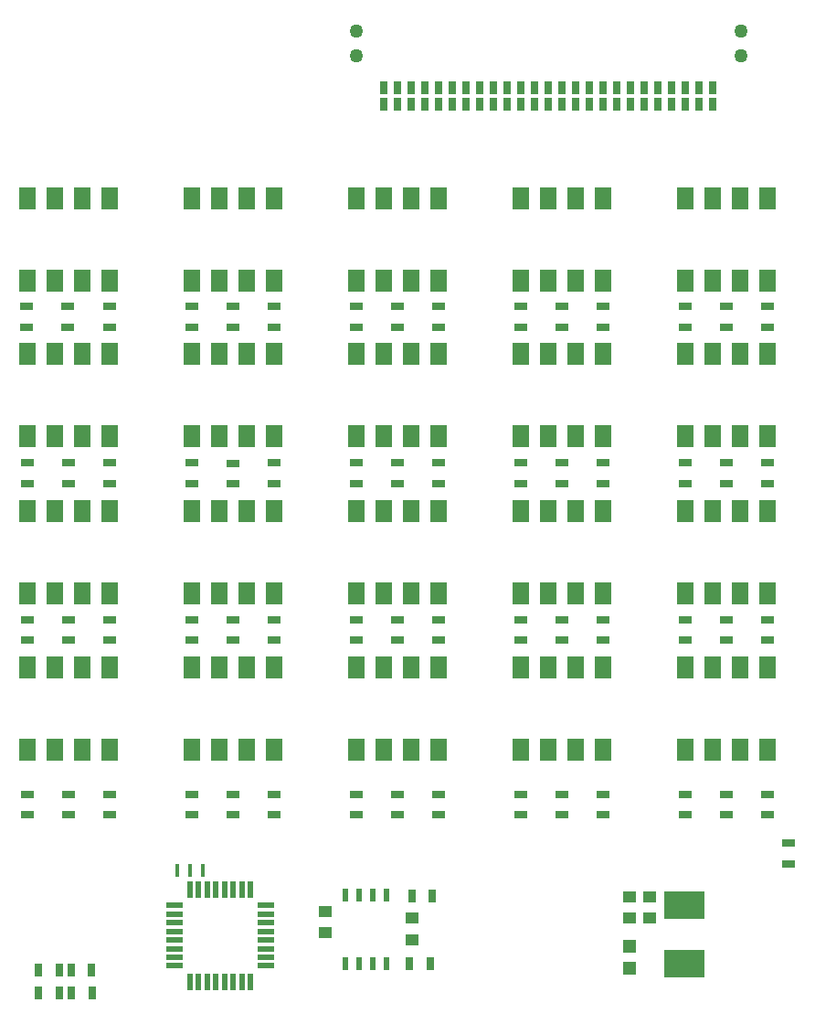
<source format=gtp>
G04 #@! TF.GenerationSoftware,KiCad,Pcbnew,5.1.9+dfsg1-1~bpo10+1*
G04 #@! TF.CreationDate,2021-10-28T21:46:11+00:00*
G04 #@! TF.ProjectId,40-channel-hv-switching-board,34302d63-6861-46e6-9e65-6c2d68762d73,3.1.1*
G04 #@! TF.SameCoordinates,Original*
G04 #@! TF.FileFunction,Paste,Top*
G04 #@! TF.FilePolarity,Positive*
%FSLAX46Y46*%
G04 Gerber Fmt 4.6, Leading zero omitted, Abs format (unit mm)*
G04 Created by KiCad (PCBNEW 5.1.9+dfsg1-1~bpo10+1) date 2021-10-28 21:46:11*
%MOMM*%
%LPD*%
G01*
G04 APERTURE LIST*
%ADD10R,3.749040X2.550160*%
%ADD11R,1.524000X2.032000*%
%ADD12R,1.250000X1.000000*%
%ADD13R,1.198880X1.198880*%
%ADD14R,0.550000X1.600000*%
%ADD15R,1.600000X0.550000*%
%ADD16R,1.300000X0.700000*%
%ADD17R,0.700000X1.300000*%
%ADD18R,0.400000X1.300000*%
%ADD19R,0.508000X1.143000*%
%ADD20R,0.736600X1.143000*%
%ADD21C,1.270000*%
G04 APERTURE END LIST*
D10*
X93600000Y-105399980D03*
X93600000Y-110800020D03*
D11*
X32751250Y-47528750D03*
X35291250Y-47528750D03*
X37831250Y-47528750D03*
X40371250Y-47528750D03*
X40371250Y-39908750D03*
X37831250Y-39908750D03*
X35291250Y-39908750D03*
X32751250Y-39908750D03*
X32751250Y-61908750D03*
X35291250Y-61908750D03*
X37831250Y-61908750D03*
X40371250Y-61908750D03*
X40371250Y-54288750D03*
X37831250Y-54288750D03*
X35291250Y-54288750D03*
X32751250Y-54288750D03*
X32751250Y-76488750D03*
X35291250Y-76488750D03*
X37831250Y-76488750D03*
X40371250Y-76488750D03*
X40371250Y-68868750D03*
X37831250Y-68868750D03*
X35291250Y-68868750D03*
X32751250Y-68868750D03*
X32751250Y-90968750D03*
X35291250Y-90968750D03*
X37831250Y-90968750D03*
X40371250Y-90968750D03*
X40371250Y-83348750D03*
X37831250Y-83348750D03*
X35291250Y-83348750D03*
X32751250Y-83348750D03*
X47991250Y-47528750D03*
X50531250Y-47528750D03*
X53071250Y-47528750D03*
X55611250Y-47528750D03*
X55611250Y-39908750D03*
X53071250Y-39908750D03*
X50531250Y-39908750D03*
X47991250Y-39908750D03*
X47991250Y-61908750D03*
X50531250Y-61908750D03*
X53071250Y-61908750D03*
X55611250Y-61908750D03*
X55611250Y-54288750D03*
X53071250Y-54288750D03*
X50531250Y-54288750D03*
X47991250Y-54288750D03*
X47991250Y-76488750D03*
X50531250Y-76488750D03*
X53071250Y-76488750D03*
X55611250Y-76488750D03*
X55611250Y-68868750D03*
X53071250Y-68868750D03*
X50531250Y-68868750D03*
X47991250Y-68868750D03*
X47991250Y-90968750D03*
X50531250Y-90968750D03*
X53071250Y-90968750D03*
X55611250Y-90968750D03*
X55611250Y-83348750D03*
X53071250Y-83348750D03*
X50531250Y-83348750D03*
X47991250Y-83348750D03*
X63231250Y-47528750D03*
X65771250Y-47528750D03*
X68311250Y-47528750D03*
X70851250Y-47528750D03*
X70851250Y-39908750D03*
X68311250Y-39908750D03*
X65771250Y-39908750D03*
X63231250Y-39908750D03*
X63231250Y-61908750D03*
X65771250Y-61908750D03*
X68311250Y-61908750D03*
X70851250Y-61908750D03*
X70851250Y-54288750D03*
X68311250Y-54288750D03*
X65771250Y-54288750D03*
X63231250Y-54288750D03*
X63231250Y-76488750D03*
X65771250Y-76488750D03*
X68311250Y-76488750D03*
X70851250Y-76488750D03*
X70851250Y-68868750D03*
X68311250Y-68868750D03*
X65771250Y-68868750D03*
X63231250Y-68868750D03*
X63231250Y-90968750D03*
X65771250Y-90968750D03*
X68311250Y-90968750D03*
X70851250Y-90968750D03*
X70851250Y-83348750D03*
X68311250Y-83348750D03*
X65771250Y-83348750D03*
X63231250Y-83348750D03*
X78471250Y-47528750D03*
X81011250Y-47528750D03*
X83551250Y-47528750D03*
X86091250Y-47528750D03*
X86091250Y-39908750D03*
X83551250Y-39908750D03*
X81011250Y-39908750D03*
X78471250Y-39908750D03*
X78471250Y-61908750D03*
X81011250Y-61908750D03*
X83551250Y-61908750D03*
X86091250Y-61908750D03*
X86091250Y-54288750D03*
X83551250Y-54288750D03*
X81011250Y-54288750D03*
X78471250Y-54288750D03*
X78471250Y-76488750D03*
X81011250Y-76488750D03*
X83551250Y-76488750D03*
X86091250Y-76488750D03*
X86091250Y-68868750D03*
X83551250Y-68868750D03*
X81011250Y-68868750D03*
X78471250Y-68868750D03*
X78471250Y-90968750D03*
X81011250Y-90968750D03*
X83551250Y-90968750D03*
X86091250Y-90968750D03*
X86091250Y-83348750D03*
X83551250Y-83348750D03*
X81011250Y-83348750D03*
X78471250Y-83348750D03*
X93711250Y-47528750D03*
X96251250Y-47528750D03*
X98791250Y-47528750D03*
X101331250Y-47528750D03*
X101331250Y-39908750D03*
X98791250Y-39908750D03*
X96251250Y-39908750D03*
X93711250Y-39908750D03*
X93711250Y-61908750D03*
X96251250Y-61908750D03*
X98791250Y-61908750D03*
X101331250Y-61908750D03*
X101331250Y-54288750D03*
X98791250Y-54288750D03*
X96251250Y-54288750D03*
X93711250Y-54288750D03*
X93711250Y-76488750D03*
X96251250Y-76488750D03*
X98791250Y-76488750D03*
X101331250Y-76488750D03*
X101331250Y-68868750D03*
X98791250Y-68868750D03*
X96251250Y-68868750D03*
X93711250Y-68868750D03*
X93711250Y-90968750D03*
X96251250Y-90968750D03*
X98791250Y-90968750D03*
X101331250Y-90968750D03*
X101331250Y-83348750D03*
X98791250Y-83348750D03*
X96251250Y-83348750D03*
X93711250Y-83348750D03*
D12*
X68400000Y-108600000D03*
X68400000Y-106600000D03*
X90400000Y-104600000D03*
X90400000Y-106600000D03*
X88500000Y-104600000D03*
X88500000Y-106600000D03*
D13*
X88500000Y-111249020D03*
X88500000Y-109150980D03*
D14*
X53400000Y-103950000D03*
X52600000Y-103950000D03*
X51800000Y-103950000D03*
X51000000Y-103950000D03*
X50200000Y-103950000D03*
X49400000Y-103950000D03*
X48600000Y-103950000D03*
X47800000Y-103950000D03*
D15*
X46350000Y-105400000D03*
X46350000Y-106200000D03*
X46350000Y-107000000D03*
X46350000Y-107800000D03*
X46350000Y-108600000D03*
X46350000Y-109400000D03*
X46350000Y-110200000D03*
X46350000Y-111000000D03*
D14*
X47800000Y-112450000D03*
X48600000Y-112450000D03*
X49400000Y-112450000D03*
X50200000Y-112450000D03*
X51000000Y-112450000D03*
X51800000Y-112450000D03*
X52600000Y-112450000D03*
X53400000Y-112450000D03*
D15*
X54850000Y-111000000D03*
X54850000Y-110200000D03*
X54850000Y-109400000D03*
X54850000Y-108600000D03*
X54850000Y-107800000D03*
X54850000Y-107000000D03*
X54850000Y-106200000D03*
X54850000Y-105400000D03*
D16*
X32751250Y-95098750D03*
X32751250Y-96998750D03*
X32751250Y-78918750D03*
X32751250Y-80818750D03*
X32751250Y-64438750D03*
X32751250Y-66338750D03*
X32651250Y-49931750D03*
X32651250Y-51831750D03*
X36561250Y-96998750D03*
X36561250Y-95098750D03*
X40371250Y-96998750D03*
X40371250Y-95098750D03*
X40371250Y-80818750D03*
X40371250Y-78918750D03*
X40371250Y-66338750D03*
X40371250Y-64438750D03*
X40371250Y-51831750D03*
X40371250Y-49931750D03*
X36461250Y-51831750D03*
X36461250Y-49931750D03*
X47991250Y-95098750D03*
X47991250Y-96998750D03*
X47991250Y-78918750D03*
X47991250Y-80818750D03*
X47991250Y-64438750D03*
X47991250Y-66338750D03*
X47991250Y-49958750D03*
X47991250Y-51858750D03*
X51801250Y-96998750D03*
X51801250Y-95098750D03*
X55611250Y-96998750D03*
X55611250Y-95098750D03*
X55611250Y-80818750D03*
X55611250Y-78918750D03*
X55611250Y-66338750D03*
X55611250Y-64438750D03*
X55611250Y-51858750D03*
X55611250Y-49958750D03*
X51801250Y-51858750D03*
X51801250Y-49958750D03*
X63231250Y-95098750D03*
X63231250Y-96998750D03*
X63231250Y-78918750D03*
X63231250Y-80818750D03*
X63231250Y-64438750D03*
X63231250Y-66338750D03*
X63231250Y-49958750D03*
X63231250Y-51858750D03*
X67041250Y-96998750D03*
X67041250Y-95098750D03*
X70851250Y-96998750D03*
X70851250Y-95098750D03*
X70851250Y-80818750D03*
X70851250Y-78918750D03*
X70851250Y-66338750D03*
X70851250Y-64438750D03*
X70851250Y-51858750D03*
X70851250Y-49958750D03*
X67041250Y-51858750D03*
X67041250Y-49958750D03*
X78471250Y-95098750D03*
X78471250Y-96998750D03*
X78471250Y-78918750D03*
X78471250Y-80818750D03*
X78471250Y-64438750D03*
X78471250Y-66338750D03*
X78471250Y-49958750D03*
X78471250Y-51858750D03*
D17*
X68350000Y-104500000D03*
X70250000Y-104500000D03*
D16*
X82281250Y-96998750D03*
X82281250Y-95098750D03*
X86091250Y-96998750D03*
X86091250Y-95098750D03*
X86091250Y-80818750D03*
X86091250Y-78918750D03*
X86091250Y-66338750D03*
X86091250Y-64438750D03*
X86091250Y-51858750D03*
X86091250Y-49958750D03*
X82281250Y-51858750D03*
X82281250Y-49958750D03*
X93711250Y-95098750D03*
X93711250Y-96998750D03*
X93711250Y-78918750D03*
X93711250Y-80818750D03*
X93711250Y-64438750D03*
X93711250Y-66338750D03*
X93711250Y-49958750D03*
X93711250Y-51858750D03*
X97521250Y-96998750D03*
X97521250Y-95098750D03*
X101331250Y-96998750D03*
X101331250Y-95098750D03*
X101331250Y-80818750D03*
X101331250Y-78918750D03*
X101331250Y-66338750D03*
X101331250Y-64438750D03*
X101331250Y-51858750D03*
X101331250Y-49958750D03*
X97521250Y-51858750D03*
X97521250Y-49958750D03*
X36561250Y-80818750D03*
X36561250Y-78918750D03*
X36561250Y-66338750D03*
X36561250Y-64438750D03*
X51801250Y-80818750D03*
X51801250Y-78918750D03*
X51800000Y-66350000D03*
X51800000Y-64450000D03*
X67041250Y-80818750D03*
X67041250Y-78918750D03*
X67041250Y-66338750D03*
X67041250Y-64438750D03*
X82281250Y-80818750D03*
X82281250Y-78918750D03*
X82281250Y-66338750D03*
X82281250Y-64438750D03*
X97521250Y-80818750D03*
X97521250Y-78918750D03*
X97521250Y-66338750D03*
X97521250Y-64438750D03*
D18*
X49000000Y-102200000D03*
X46600000Y-102200000D03*
X47800000Y-102200000D03*
D12*
X60300000Y-105950000D03*
X60300000Y-107950000D03*
D19*
X62195000Y-104475000D03*
X63465000Y-104475000D03*
X64735000Y-104475000D03*
X66005000Y-104475000D03*
X66005000Y-110825000D03*
X64735000Y-110825000D03*
X63465000Y-110825000D03*
X62195000Y-110825000D03*
D17*
X70050000Y-110800000D03*
X68150000Y-110800000D03*
X36775000Y-111425000D03*
X38675000Y-111425000D03*
X36800000Y-113475000D03*
X38700000Y-113475000D03*
X33775000Y-111425000D03*
X35675000Y-111425000D03*
X33775000Y-113475000D03*
X35675000Y-113475000D03*
D20*
X96240000Y-29705600D03*
X96240000Y-31229600D03*
X94970000Y-29705600D03*
X94970000Y-31229600D03*
X93700000Y-29705600D03*
X93700000Y-31229600D03*
X92430000Y-29705600D03*
X92430000Y-31229600D03*
X91160000Y-29705600D03*
X91160000Y-31229600D03*
X89890000Y-29705600D03*
X89890000Y-31229600D03*
X88620000Y-29705600D03*
X88620000Y-31229600D03*
X87350000Y-29705600D03*
X87350000Y-31229600D03*
X86080000Y-29705600D03*
X86080000Y-31229600D03*
X84810000Y-29705600D03*
X84810000Y-31229600D03*
X83540000Y-29705600D03*
X83540000Y-31229600D03*
X82270000Y-29705600D03*
X82270000Y-31229600D03*
X81000000Y-29705600D03*
X81000000Y-31229600D03*
X79730000Y-29705600D03*
X79730000Y-31229600D03*
X78460000Y-29705600D03*
X78460000Y-31229600D03*
X77190000Y-29705600D03*
X77190000Y-31229600D03*
X75920000Y-29705600D03*
X75920000Y-31229600D03*
X74650000Y-29705600D03*
X74650000Y-31229600D03*
X73380000Y-29705600D03*
X73380000Y-31229600D03*
X72110000Y-29705600D03*
X72110000Y-31229600D03*
X70840000Y-29705600D03*
X70840000Y-31229600D03*
X69570000Y-29705600D03*
X69570000Y-31229600D03*
X68300000Y-29705600D03*
X68300000Y-31229600D03*
X67030000Y-29705600D03*
X67030000Y-31229600D03*
X65760000Y-29705600D03*
X65760000Y-31229600D03*
D21*
X98830800Y-24473200D03*
X63169200Y-24473200D03*
X98830800Y-26733800D03*
X63169200Y-26733800D03*
D16*
X103250000Y-99625000D03*
X103250000Y-101525000D03*
M02*

</source>
